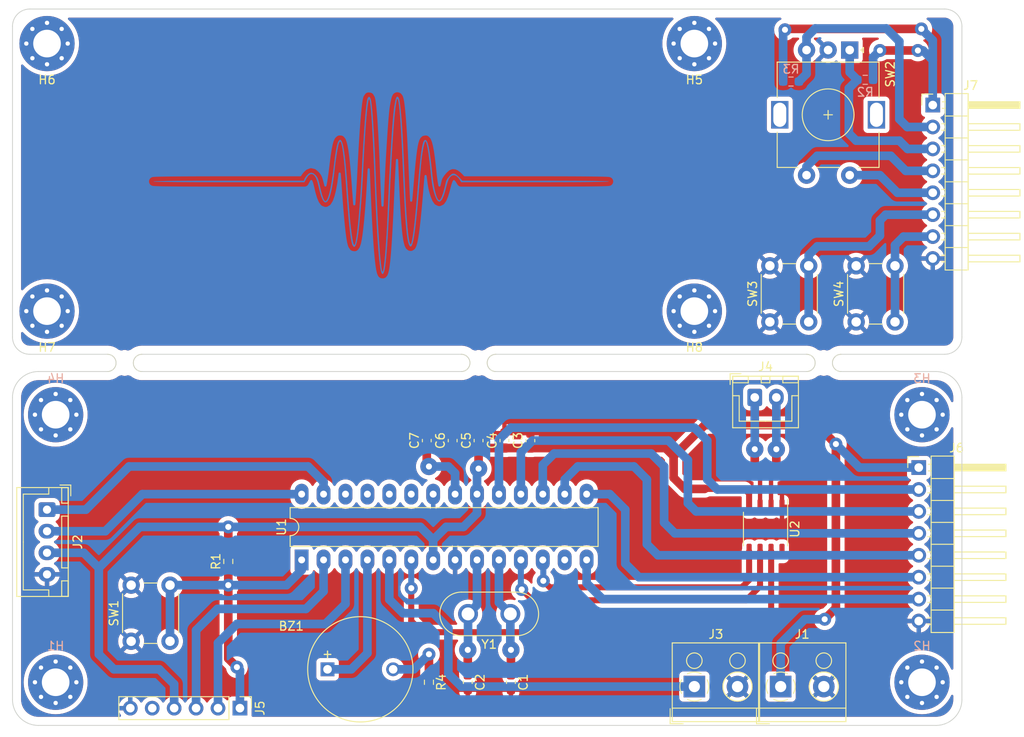
<source format=kicad_pcb>
(kicad_pcb (version 20211014) (generator pcbnew)
  (layers (0 "F.Cu" signal) (31 "B.Cu" signal) (34 "B.Paste" user) (35 "F.Paste" user) (36 "B.SilkS" user "B.Silkscreen") (37 "F.SilkS" user "F.Silkscreen") (38 "B.Mask" user) (39 "F.Mask" user) (44 "Edge.Cuts" user))
  (net 0 "")
  (net 1 "/PB7")
  (net 2 "GND")
  (net 3 "/PB6")
  (net 4 "+5V")
  (net 5 "/AREF")
  (net 6 "/PC4")
  (net 7 "/PC5")
  (net 8 "/PD3")
  (net 9 "/T+")
  (net 10 "/T-")
  (net 11 "/PC6")
  (net 12 "/PD1")
  (net 13 "/PD0")
  (net 15 "/PB1")
  (net 16 "/PB0")
  (net 17 "/PB2")
  (net 18 "/PB3")
  (net 19 "/PB4")
  (net 20 "/PB5")
  (net 21 "/PD2")
  (net 22 "/PD4")
  (net 23 "/PD5")
  (net 24 "/PD6")
  (net 30 "/PB0_")
  (net 31 "/PB1_")
  (net 32 "/PB2_")
  (net 33 "/PB3_")
  (net 34 "/PB4_")
  (net 35 "/PB5_")
  (net 36 "Net-(BZ1-Pad2)")
  (footprint "Panel:mouse-bite-2mm-slot" (layer "F.Cu") (at 96.82 79.92)
    (fp_text reference "mouse-bite-2mm-slot" hide)
    (fp_text value "VAL**" hide)
  )
  (footprint "Capacitor_SMD:C_0603_1608Metric_Pad1.08x0.95mm_HandSolder" (layer "F.Cu") (at 143.82 88.92 90)
    (fp_text reference "C3")
    (fp_text value "100n")
  )
  (footprint "MountingHole:MountingHole_3.2mm_M3_Pad_Via" (layer "F.Cu") (at 162.82 42.92 180)
    (fp_text reference "H5")
    (fp_text value "~")
  )
  (footprint "Button_Switch_THT:SW_PUSH_6mm" (layer "F.Cu") (at 171.57 75.17 90)
    (fp_text reference "SW3")
    (fp_text value "~")
  )
  (footprint "Resistor_SMD:R_0603_1608Metric_Pad0.98x0.95mm_HandSolder" (layer "F.Cu") (at 108.82 102.92 90)
    (fp_text reference "R1")
    (fp_text value "10k")
  )
  (footprint "MountingHole:MountingHole_3.2mm_M3_Pad_Via" (layer "F.Cu") (at 87.82 73.92 180)
    (fp_text reference "H7")
    (fp_text value "~")
  )
  (footprint "Package_SO:SO-8_3.9x4.9mm_P1.27mm" (layer "F.Cu") (at 171.07 99.17 -90)
    (fp_text reference "U2")
    (fp_text value "MAX6675")
  )
  (footprint "Capacitor_SMD:C_0603_1608Metric_Pad1.08x0.95mm_HandSolder" (layer "F.Cu") (at 134.82 88.92 90)
    (fp_text reference "C6")
    (fp_text value "100n")
  )
  (footprint "Connector_PinHeader_2.54mm:PinHeader_1x06_P2.54mm_Vertical" (layer "F.Cu") (at 110.17 119.92 -90)
    (fp_text reference "J5")
    (fp_text value "PROGRAMMER")
  )
  (footprint "Panel:mouse-bite-2mm-slot" (layer "F.Cu") (at 137.82 79.92)
    (fp_text reference "mouse-bite-2mm-slot" hide)
    (fp_text value "VAL**" hide)
  )
  (footprint "Resistor_SMD:R_0603_1608Metric_Pad0.98x0.95mm_HandSolder" (layer "F.Cu") (at 132.07 116.92 -90)
    (fp_text reference "R4")
    (fp_text value "1k")
  )
  (footprint "Panel:mouse-bite-2mm-slot" (layer "F.Cu") (at 177.82 79.92)
    (fp_text reference "mouse-bite-2mm-slot" hide)
    (fp_text value "VAL**" hide)
  )
  (footprint "Package_DIP:DIP-28_W7.62mm_LongPads" (layer "F.Cu") (at 117.32 102.745 90)
    (fp_text reference "U1")
    (fp_text value "ATmega328-P")
  )
  (footprint "Capacitor_SMD:C_0603_1608Metric_Pad1.08x0.95mm_HandSolder" (layer "F.Cu") (at 141.57 116.92 -90)
    (fp_text reference "C1")
    (fp_text value "22p")
  )
  (footprint "Capacitor_SMD:C_0603_1608Metric_Pad1.08x0.95mm_HandSolder" (layer "F.Cu") (at 137.82 88.92 90)
    (fp_text reference "C5")
    (fp_text value "100n")
  )
  (footprint "Rotary_Encoder:RotaryEncoder_Alps_EC11E-Switch_Vertical_H20mm" (layer "F.Cu") (at 180.82 43.67 -90)
    (fp_text reference "SW2")
    (fp_text value "RotaryEncoder_Switch")
  )
  (footprint "Button_Switch_THT:SW_PUSH_6mm" (layer "F.Cu") (at 97.57 112.17 90)
    (fp_text reference "SW1")
    (fp_text value "RS")
  )
  (footprint "TerminalBlock_RND:TerminalBlock_RND_205-00001_1x02_P5.00mm_Horizontal" (layer "F.Cu") (at 162.82 117.42)
    (fp_text reference "J3")
    (fp_text value "RELAY")
  )
  (footprint "TerminalBlock_RND:TerminalBlock_RND_205-00001_1x02_P5.00mm_Horizontal" (layer "F.Cu") (at 172.82 117.42)
    (fp_text reference "J1")
    (fp_text value "POWER")
  )
  (footprint "Capacitor_SMD:C_0603_1608Metric_Pad1.08x0.95mm_HandSolder" (layer "F.Cu") (at 136.57 116.92 -90)
    (fp_text reference "C2")
    (fp_text value "22p")
  )
  (footprint "Buzzer_Beeper:MagneticBuzzer_ProSignal_ABI-010-RC" (layer "F.Cu") (at 120.32 115.42)
    (fp_text reference "BZ1")
    (fp_text value "Buzzer")
  )
  (footprint "Button_Switch_THT:SW_PUSH_6mm" (layer "F.Cu") (at 181.57 75.17 90)
    (fp_text reference "SW4")
    (fp_text value "~")
  )
  (footprint "MountingHole:MountingHole_3.2mm_M3_Pad_Via" (layer "F.Cu") (at 162.82 73.92 180)
    (fp_text reference "H8")
    (fp_text value "~")
  )
  (footprint "Connector_JST:JST_XH_B2B-XH-A_1x02_P2.50mm_Vertical" (layer "F.Cu") (at 169.82 83.92)
    (fp_text reference "J4")
    (fp_text value "TEMP_SENS")
  )
  (footprint "Capacitor_SMD:C_0603_1608Metric_Pad1.08x0.95mm_HandSolder" (layer "F.Cu") (at 131.82 88.92 90)
    (fp_text reference "C7")
    (fp_text value "100n")
  )
  (footprint "Connector_PinHeader_2.54mm:PinHeader_1x08_P2.54mm_Horizontal" (layer "F.Cu") (at 188.82 92.045)
    (fp_text reference "J6")
    (fp_text value "KeyPad")
  )
  (footprint "Crystal:Crystal_HC50_Vertical" (layer "F.Cu") (at 141.5 109 180)
    (fp_text reference "Y1")
    (fp_text value "16M")
  )
  (footprint "Connector_JST:JST_XH_B4B-XH-A_1x04_P2.50mm_Vertical" (layer "F.Cu") (at 87.82 96.92 -90)
    (fp_text reference "J2")
    (fp_text value "DISPLAY")
  )
  (footprint "MountingHole:MountingHole_3.2mm_M3_Pad_Via" (layer "F.Cu") (at 87.82 42.92 180)
    (fp_text reference "H6")
    (fp_text value "~")
  )
  (footprint "Connector_PinHeader_2.54mm:PinHeader_1x08_P2.54mm_Horizontal" (layer "F.Cu") (at 190.445 50.045)
    (fp_text reference "J7")
    (fp_text value "Control")
  )
  (footprint "Capacitor_SMD:C_0603_1608Metric_Pad1.08x0.95mm_HandSolder" (layer "F.Cu") (at 140.82 88.92 90)
    (fp_text reference "C4")
    (fp_text value "100n")
  )
  (footprint "MountingHole:MountingHole_3.2mm_M3_Pad_Via" (layer "B.Cu") (at 88.82 85.92 180)
    (fp_text reference "H4")
    (fp_text value "~")
  )
  (footprint "MountingHole:MountingHole_3.2mm_M3_Pad_Via" (layer "B.Cu") (at 189.195 116.92 180)
    (fp_text reference "H2")
    (fp_text value "~")
  )
  (footprint "MountingHole:MountingHole_3.2mm_M3_Pad_Via" (layer "B.Cu") (at 189.195 85.92 180)
    (fp_text reference "H3")
    (fp_text value "~")
  )
  (footprint "Resistor_SMD:R_0603_1608Metric_Pad0.98x0.95mm_HandSolder" (layer "B.Cu") (at 174.02 47.32 180)
    (fp_text reference "R3")
    (fp_text value "10k")
  )
  (footprint "Logos:Amplitud_Modulada_M" (layer "B.Cu") (at 126.57 59.32)
    (fp_text reference "G***" hide)
    (fp_text value "LOGO" hide)
  )
  (footprint "Logos:Amplitud_Modulada_M" (layer "B.Cu") (at 126.57 59.32)
    (fp_text reference "G***" hide)
    (fp_text value "LOGO" hide)
  )
  (footprint "MountingHole:MountingHole_3.2mm_M3_Pad_Via" (layer "B.Cu") (at 88.82 116.92 180)
    (fp_text reference "H1")
    (fp_text value "~")
  )
  (footprint "Resistor_SMD:R_0603_1608Metric_Pad0.98x0.95mm_HandSolder" (layer "B.Cu") (at 182.62 47.12)
    (fp_text reference "R2")
    (fp_text value "10k")
  )
  (gr_arc (start 83.82 83.92) (mid 84.69868 81.79868) (end 86.82 80.92) (layer "Edge.Cuts") (width 0.1))
  (gr_arc (start 94.82 78.92) (mid 95.82 79.92) (end 94.82 80.92) (layer "Edge.Cuts") (width 0.1))
  (gr_line (start 98.82 80.92) (end 135.82 80.92) (layer "Edge.Cuts") (width 0.1))
  (gr_arc (start 179.82 80.92) (mid 178.82 79.92) (end 179.82 78.92) (layer "Edge.Cuts") (width 0.1))
  (gr_arc (start 83.82 40.92) (mid 84.405786 39.505786) (end 85.82 38.92) (layer "Edge.Cuts") (width 0.1))
  (gr_line (start 98.82 78.92) (end 135.82 78.92) (layer "Edge.Cuts") (width 0.1))
  (gr_arc (start 193.82 118.92) (mid 192.94132 121.04132) (end 190.82 121.92) (layer "Edge.Cuts") (width 0.1))
  (gr_line (start 83.82 83.92) (end 83.82 118.92) (layer "Edge.Cuts") (width 0.1))
  (gr_arc (start 193.82 76.92) (mid 193.234214 78.334214) (end 191.82 78.92) (layer "Edge.Cuts") (width 0.1))
  (gr_arc (start 190.82 80.92) (mid 192.94132 81.79868) (end 193.82 83.92) (layer "Edge.Cuts") (width 0.1))
  (gr_line (start 86.82 121.92) (end 190.82 121.92) (layer "Edge.Cuts") (width 0.1))
  (gr_arc (start 139.82 80.92) (mid 138.82 79.92) (end 139.82 78.92) (layer "Edge.Cuts") (width 0.1))
  (gr_arc (start 86.82 121.92) (mid 84.69868 121.04132) (end 83.82 118.92) (layer "Edge.Cuts") (width 0.1))
  (gr_line (start 179.82 80.92) (end 190.82 80.92) (layer "Edge.Cuts") (width 0.1))
  (gr_line (start 193.82 40.92) (end 193.82 76.92) (layer "Edge.Cuts") (width 0.1))
  (gr_arc (start 135.82 78.92) (mid 136.82 79.92) (end 135.82 80.92) (layer "Edge.Cuts") (width 0.1))
  (gr_line (start 139.82 78.92) (end 175.82 78.92) (layer "Edge.Cuts") (width 0.1))
  (gr_line (start 193.82 118.92) (end 193.82 83.92) (layer "Edge.Cuts") (width 0.1))
  (gr_line (start 175.82 80.92) (end 139.82 80.92) (layer "Edge.Cuts") (width 0.1))
  (gr_line (start 86.82 80.92) (end 94.82 80.92) (layer "Edge.Cuts") (width 0.1))
  (gr_line (start 191.82 78.92) (end 179.82 78.92) (layer "Edge.Cuts") (width 0.1))
  (gr_arc (start 191.82 38.92) (mid 193.234214 39.505786) (end 193.82 40.92) (layer "Edge.Cuts") (width 0.1))
  (gr_arc (start 175.82 78.92) (mid 176.82 79.92) (end 175.82 80.92) (layer "Edge.Cuts") (width 0.1))
  (gr_line (start 85.82 38.92) (end 191.82 38.92) (layer "Edge.Cuts") (width 0.1))
  (gr_arc (start 85.82 78.92) (mid 84.405786 78.334214) (end 83.82 76.92) (layer "Edge.Cuts") (width 0.1))
  (gr_arc (start 98.82 80.92) (mid 97.82 79.92) (end 98.82 78.92) (layer "Edge.Cuts") (width 0.1))
  (gr_line (start 83.82 76.92) (end 83.82 40.92) (layer "Edge.Cuts") (width 0.1))
  (gr_line (start 85.82 78.92) (end 94.82 78.92) (layer "Edge.Cuts") (width 0.1))
  (segment (start 141.57 113.17) (end 141.57 116.0575) (width 1) (layer "F.Cu") (net 1))
  (via (at 141.57 113.17) (size 2) (drill 0.7) (layers "F.Cu" "B.Cu") (net 1))
  (segment (start 140.18 102.745) (end 140.18 107.68) (width 1) (layer "B.Cu") (net 1))
  (segment (start 141.5 109) (end 141.5 113.1) (width 1) (layer "B.Cu") (net 1))
  (segment (start 141.5 113.1) (end 141.57 113.17) (width 1) (layer "B.Cu") (net 1))
  (segment (start 140.18 107.68) (end 141.5 109) (width 1) (layer "B.Cu") (net 1))
  (segment (start 136.57 113.17) (end 136.57 116.0575) (width 1) (layer "F.Cu") (net 3))
  (via (at 136.57 113.17) (size 2) (drill 0.7) (layers "F.Cu" "B.Cu") (net 3))
  (segment (start 136.6 109) (end 136.6 113.14) (width 1) (layer "B.Cu") (net 3))
  (segment (start 137.64 102.745) (end 137.64 107.96) (width 1) (layer "B.Cu") (net 3))
  (segment (start 136.6 113.14) (end 136.57 113.17) (width 1) (layer "B.Cu") (net 3))
  (segment (start 137.64 107.96) (end 136.6 109) (width 1) (layer "B.Cu") (net 3))
  (segment (start 164.02 94.52) (end 161.72 94.52) (width 1) (layer "F.Cu") (net 4))
  (segment (start 160.42 93.22) (end 160.42 90.72) (width 1) (layer "F.Cu") (net 4))
  (segment (start 177.92 109.62) (end 179.22 108.32) (width 1) (layer "F.Cu") (net 4))
  (segment (start 168.62 94.52) (end 164.02 94.52) (width 0.7) (layer "F.Cu") (net 4))
  (segment (start 160.42 90.72) (end 159.4825 89.7825) (width 1) (layer "F.Cu") (net 4))
  (segment (start 164.02 87.12) (end 160.42 90.72) (width 1) (layer "F.Cu") (net 4))
  (segment (start 179.22 89.32) (end 177.02 87.12) (width 1) (layer "F.Cu") (net 4))
  (segment (start 169.165 95.065) (end 168.62 94.52) (width 0.7) (layer "F.Cu") (net 4))
  (segment (start 169.165 96.595) (end 169.165 95.065) (width 0.7) (layer "F.Cu") (net 4))
  (segment (start 189.12 41.22) (end 173.42 41.22) (width 1) (layer "F.Cu") (net 4))
  (segment (start 173.42 41.22) (end 173.32 41.32) (width 1) (layer "F.Cu") (net 4))
  (segment (start 188.72 43.72) (end 184.32 43.72) (width 1) (layer "F.Cu") (net 4))
  (segment (start 143.82 89.7825) (end 140.82 89.7825) (width 1) (layer "F.Cu") (net 4))
  (segment (start 177.02 87.12) (end 164.02 87.12) (width 1) (layer "F.Cu") (net 4))
  (segment (start 134.82 89.7825) (end 137.82 89.7825) (width 1) (layer "F.Cu") (net 4))
  (segment (start 161.72 94.52) (end 160.42 93.22) (width 1) (layer "F.Cu") (net 4))
  (segment (start 108.82 102.0075) (end 108.82 98.92) (width 1) (layer "F.Cu") (net 4))
  (segment (start 140.82 89.7825) (end 137.82 89.7825) (width 1) (layer "F.Cu") (net 4))
  (segment (start 159.4825 89.7825) (end 143.82 89.7825) (width 1) (layer "F.Cu") (net 4))
  (segment (start 137.82 92.17) (end 137.82 89.7825) (width 1) (layer "F.Cu") (net 4))
  (segment (start 179.22 108.32) (end 179.22 89.32) (width 1) (layer "F.Cu") (net 4))
  (via (at 177.92 109.62) (size 1.5) (drill 0.7) (layers "F.Cu" "B.Cu") (net 4))
  (via (at 137.82 92.17) (size 2) (drill 0.7) (layers "F.Cu" "B.Cu") (net 4))
  (via (at 184.32 43.72) (size 1.5) (drill 0.7) (layers "F.Cu" "B.Cu") (net 4))
  (via (at 189.12 41.22) (size 1.5) (drill 0.7) (layers "F.Cu" "B.Cu") (net 4))
  (via (at 188.72 43.72) (size 1.5) (drill 0.7) (layers "F.Cu" "B.Cu") (net 4))
  (via (at 179.22 89.32) (size 1.5) (drill 0.7) (layers "F.Cu" "B.Cu") (net 4))
  (via (at 108.82 98.92) (size 1.5) (drill 0.7) (layers "F.Cu" "B.Cu") (net 4))
  (via (at 173.32 41.32) (size 1.5) (drill 0.7) (layers "F.Cu" "B.Cu") (net 4))
  (segment (start 190.445 44.845) (end 189.32 43.72) (width 1) (layer "B.Cu") (net 4))
  (segment (start 134.07 98.92) (end 136.07 98.92) (width 1) (layer "B.Cu") (net 4))
  (segment (start 172.82 112.42) (end 175.62 109.62) (width 1) (layer "B.Cu") (net 4))
  (segment (start 132.56 100.43) (end 132.56 100.41) (width 1) (layer "B.Cu") (net 4))
  (segment (start 172.82 117.42) (end 172.82 112.42) (width 1) (layer "B.Cu") (net 4))
  (segment (start 108.82 98.92) (end 98.57 98.92) (width 1) (layer "B.Cu") (net 4))
  (segment (start 93.82 103.67) (end 92.07 101.92) (width 1) (layer "B.Cu") (net 4))
  (segment (start 100.82 115.42) (end 95.57 115.42) (width 1) (layer "B.Cu") (net 4))
  (segment (start 175.62 109.62) (end 177.92 109.62) (width 1) (layer "B.Cu") (net 4))
  (segment (start 131.07 98.92) (end 108.82 98.92) (width 1) (layer "B.Cu") (net 4))
  (segment (start 136.07 98.92) (end 137.64 97.35) (width 1) (layer "B.Cu") (net 4))
  (segment (start 137.64 95.125) (end 137.64 92.35) (width 1) (layer "B.Cu") (net 4))
  (segment (start 188.82 92.045) (end 181.945 92.045) (width 1) (layer "B.Cu") (net 4))
  (segment (start 173.1075 41.5325) (end 173.32 41.32) (width 1) (layer "B.Cu") (net 4))
  (segment (start 132.56 100.43) (end 134.07 98.92) (width 1) (layer "B.Cu") (net 4))
  (segment (start 181.945 92.045) (end 179.22 89.32) (width 1) (layer "B.Cu") (net 4))
  (segment (start 189.32 43.72) (end 188.72 43.72) (width 1) (layer "B.Cu") (net 4))
  (segment (start 102.55 119.92) (end 102.55 117.15) (width 1) (layer "B.Cu") (net 4))
  (segment (start 93.82 113.67) (end 93.82 103.67) (width 1) (layer "B.Cu") (net 4))
  (segment (start 190.445 42.545) (end 189.12 41.22) (width 1) (layer "B.Cu") (net 4))
  (segment (start 98.57 98.92) (end 93.82 103.67) (width 1) (layer "B.Cu") (net 4))
  (segment (start 137.64 92.35) (end 137.82 92.17) (width 1) (layer "B.Cu") (net 4))
  (segment (start 95.57 115.42) (end 93.82 113.67) (width 1) (layer "B.Cu") (net 4))
  (segment (start 132.56 102.745) (end 132.56 100.43) (width 1) (layer "B.Cu") (net 4))
  (segment (start 190.445 50.045) (end 190.445 44.845) (width 1) (layer "B.Cu") (net 4))
  (segment (start 183.5325 44.5075) (end 184.32 43.72) (width 1) (layer "B.Cu") (net 4))
  (segment (start 92.07 101.92) (end 87.82 101.92) (width 1) (layer "B.Cu") (net 4))
  (segment (start 173.1075 47.32) (end 173.1075 41.5325) (width 1) (layer "B.Cu") (net 4))
  (segment (start 137.64 97.35) (end 137.64 95.125) (width 1) (layer "B.Cu") (net 4))
  (segment (start 183.5325 47.12) (end 183.5325 44.5075) (width 1) (layer "B.Cu") (net 4))
  (segment (start 132.56 100.41) (end 131.07 98.92) (width 1) (layer "B.Cu") (net 4))
  (segment (start 102.55 117.15) (end 100.82 115.42) (width 1) (layer "B.Cu") (net 4))
  (segment (start 190.445 44.845) (end 190.445 42.545) (width 1) (layer "B.Cu") (net 4))
  (segment (start 131.82 91.67) (end 132.07 91.92) (width 1) (layer "F.Cu") (net 5))
  (segment (start 131.82 89.7825) (end 131.82 91.67) (width 1) (layer "F.Cu") (net 5))
  (via (at 132.07 91.92) (size 2) (drill 0.7) (layers "F.Cu" "B.Cu") (net 5))
  (segment (start 134.57 92.17) (end 134.32 91.92) (width 1) (layer "B.Cu") (net 5))
  (segment (start 135.1 95.125) (end 135.1 92.7) (width 1) (layer "B.Cu") (net 5))
  (segment (start 134.32 91.92) (end 132.07 91.92) (width 1) (layer "B.Cu") (net 5))
  (segment (start 135.1 92.7) (end 134.57 92.17) (width 1) (layer "B.Cu") (net 5))
  (segment (start 119.86 93.71) (end 119.86 95.125) (width 1) (layer "B.Cu") (net 6))
  (segment (start 118.07 91.92) (end 119.86 93.71) (width 1) (layer "B.Cu") (net 6))
  (segment (start 87.82 96.92) (end 92.32 96.92) (width 1) (layer "B.Cu") (net 6))
  (segment (start 92.32 96.92) (end 97.32 91.92) (width 1) (layer "B.Cu") (net 6))
  (segment (start 97.32 91.92) (end 118.07 91.92) (width 1) (layer "B.Cu") (net 6))
  (segment (start 98.865 95.125) (end 94.57 99.42) (width 1) (layer "B.Cu") (net 7))
  (segment (start 94.57 99.42) (end 87.82 99.42) (width 1) (layer "B.Cu") (net 7))
  (segment (start 117.32 95.125) (end 98.865 95.125) (width 1) (layer "B.Cu") (net 7))
  (segment (start 129.07 108.92) (end 127.48 107.33) (width 1) (layer "B.Cu") (net 8))
  (segment (start 134.32 110.67) (end 132.57 108.92) (width 1) (layer "B.Cu") (net 8))
  (segment (start 135.82 117.42) (end 134.32 115.92) (width 1) (layer "B.Cu") (net 8))
  (segment (start 132.57 108.92) (end 129.07 108.92) (width 1) (layer "B.Cu") (net 8))
  (segment (start 127.48 107.33) (end 127.48 102.745) (width 1) (layer "B.Cu") (net 8))
  (segment (start 134.32 115.92) (end 134.32 110.67) (width 1) (layer "B.Cu") (net 8))
  (segment (start 162.82 117.42) (end 135.82 117.42) (width 1) (layer "B.Cu") (net 8))
  (segment (start 170.435 93.285) (end 169.82 92.67) (width 0.5) (layer "F.Cu") (net 9))
  (segment (start 169.82 92.67) (end 169.82 89.92) (width 1) (layer "F.Cu") (net 9))
  (segment (start 170.435 96.595) (end 170.435 93.285) (width 0.5) (layer "F.Cu") (net 9))
  (via (at 169.82 89.92) (size 2) (drill 0.7) (layers "F.Cu" "B.Cu") (net 9))
  (segment (start 169.82 83.92) (end 169.82 89.92) (width 1) (layer "B.Cu") (net 9))
  (segment (start 171.705 93.285) (end 172.32 92.67) (width 0.5) (layer "F.Cu") (net 10))
  (segment (start 172.32 89.92) (end 172.32 92.67) (width 1) (layer "F.Cu") (net 10))
  (segment (start 171.705 96.595) (end 171.705 93.285) (width 0.5) (layer "F.Cu") (net 10))
  (via (at 172.32 89.92) (size 2) (drill 0.7) (layers "F.Cu" "B.Cu") (net 10))
  (segment (start 172.32 83.92) (end 172.32 89.92) (width 1) (layer "B.Cu") (net 10))
  (segment (start 108.82 105.67) (end 108.82 114.17) (width 1) (layer "F.Cu") (net 11))
  (segment (start 108.82 114.17) (end 109.82 115.17) (width 1) (layer "F.Cu") (net 11))
  (segment (start 108.82 103.8325) (end 108.82 105.67) (width 1) (layer "F.Cu") (net 11))
  (via (at 108.82 105.67) (size 1.5) (drill 0.7) (layers "F.Cu" "B.Cu") (net 11))
  (via (at 109.82 115.17) (size 1.5) (drill 0.7) (layers "F.Cu" "B.Cu") (net 11))
  (segment (start 117.32 103.92) (end 115.57 105.67) (width 1) (layer "B.Cu") (net 11))
  (segment (start 108.82 105.67) (end 102.07 105.67) (width 1) (layer "B.Cu") (net 11))
  (segment (start 115.57 105.67) (end 108.82 105.67) (width 1) (layer "B.Cu") (net 11))
  (segment (start 110.17 115.52) (end 109.82 115.17) (width 1) (layer "B.Cu") (net 11))
  (segment (start 117.32 102.745) (end 117.32 103.92) (width 1) (layer "B.Cu") (net 11))
  (segment (start 102.07 112.17) (end 102.07 105.67) (width 1) (layer "B.Cu") (net 11))
  (segment (start 110.17 119.92) (end 110.17 115.52) (width 1) (layer "B.Cu") (net 11))
  (segment (start 107.63 112.36) (end 109.82 110.17) (width 1) (layer "B.Cu") (net 12))
  (segment (start 107.63 119.92) (end 107.63 112.36) (width 1) (layer "B.Cu") (net 12))
  (segment (start 120.07 110.17) (end 122.4 107.84) (width 1) (layer "B.Cu") (net 12))
  (segment (start 109.82 110.17) (end 120.07 110.17) (width 1) (layer "B.Cu") (net 12))
  (segment (start 122.4 107.84) (end 122.4 102.745) (width 1) (layer "B.Cu") (net 12))
  (segment (start 105.09 119.92) (end 105.09 110.9) (width 1) (layer "B.Cu") (net 13))
  (segment (start 105.09 110.9) (end 107.57 108.42) (width 1) (layer "B.Cu") (net 13))
  (segment (start 107.57 108.42) (end 117.82 108.42) (width 1) (layer "B.Cu") (net 13))
  (segment (start 119.86 106.38) (end 119.86 102.745) (width 1) (layer "B.Cu") (net 13))
  (segment (start 117.82 108.42) (end 119.86 106.38) (width 1) (layer "B.Cu") (net 13))
  (segment (start 188.82 104.745) (end 156.395 104.745) (width 1) (layer "B.Cu") (net 15))
  (segment (start 154.82 96.92) (end 153.025 95.125) (width 1) (layer "B.Cu") (net 15))
  (segment (start 156.395 104.745) (end 154.82 103.17) (width 1) (layer "B.Cu") (net 15))
  (segment (start 154.82 103.17) (end 154.82 96.92) (width 1) (layer "B.Cu") (net 15))
  (segment (start 153.025 95.125) (end 150.34 95.125) (width 1) (layer "B.Cu") (net 15))
  (segment (start 188.82 107.285) (end 152.185 107.285) (width 1) (layer "B.Cu") (net 16))
  (segment (start 152.185 107.285) (end 150.34 105.44) (width 1) (layer "B.Cu") (net 16))
  (segment (start 150.34 105.44) (end 150.34 102.745) (width 1) (layer "B.Cu") (net 16))
  (segment (start 149.32 91.92) (end 147.8 93.44) (width 1) (layer "B.Cu") (net 17))
  (segment (start 188.82 102.205) (end 158.605 102.205) (width 1) (layer "B.Cu") (net 17))
  (segment (start 147.8 93.44) (end 147.8 95.125) (width 1) (layer "B.Cu") (net 17))
  (segment (start 155.82 91.92) (end 149.32 91.92) (width 1) (layer "B.Cu") (net 17))
  (segment (start 158.605 102.205) (end 157.32 100.92) (width 1) (layer "B.Cu") (net 17))
  (segment (start 157.32 100.92) (end 157.32 93.42) (width 1) (layer "B.Cu") (net 17))
  (segment (start 157.32 93.42) (end 155.82 91.92) (width 1) (layer "B.Cu") (net 17))
  (segment (start 146.56952 90.42048) (end 157.82048 90.42048) (width 1) (layer "B.Cu") (net 18))
  (segment (start 157.82048 90.42048) (end 159.32 91.92) (width 1) (layer "B.Cu") (net 18))
  (segment (start 159.32 98.42) (end 160.565 99.665) (width 1) (layer "B.Cu") (net 18))
  (segment (start 160.565 99.665) (end 188.82 99.665) (width 1) (layer "B.Cu") (net 18))
  (segment (start 145.26 91.73) (end 146.56952 90.42048) (width 1) (layer "B.Cu") (net 18))
  (segment (start 159.32 91.92) (end 159.32 98.42) (width 1) (layer "B.Cu") (net 18))
  (segment (start 145.26 95.125) (end 145.26 91.73) (width 1) (layer "B.Cu") (net 18))
  (segment (start 163.025 97.125) (end 188.82 97.125) (width 1) (layer "B.Cu") (net 19))
  (segment (start 162.07 96.17) (end 163.025 97.125) (width 1) (layer "B.Cu") (net 19))
  (segment (start 159.82 88.92) (end 162.07 91.17) (width 1) (layer "B.Cu") (net 19))
  (segment (start 162.07 91.17) (end 162.07 96.17) (width 1) (layer "B.Cu") (net 19))
  (segment (start 144.07 88.92) (end 159.82 88.92) (width 1) (layer "B.Cu") (net 19))
  (segment (start 142.72 90.27) (end 144.07 88.92) (width 1) (layer "B.Cu") (net 19))
  (segment (start 142.72 95.125) (end 142.72 90.27) (width 1) (layer "B.Cu") (net 19))
  (segment (start 162.82 87.42) (end 164.32 88.92) (width 1) (layer "B.Cu") (net 20))
  (segment (start 141.57 87.42) (end 162.82 87.42) (width 1) (layer "B.Cu") (net 20))
  (segment (start 164.32 93.42) (end 165.485 94.585) (width 1) (layer "B.Cu") (net 20))
  (segment (start 140.18 88.81) (end 141.57 87.42) (width 1) (layer "B.Cu") (net 20))
  (segment (start 164.32 88.92) (end 164.32 93.42) (width 1) (layer "B.Cu") (net 20))
  (segment (start 140.18 95.125) (end 140.18 88.81) (width 1) (layer "B.Cu") (net 20))
  (segment (start 165.485 94.585) (end 188.82 94.585) (width 1) (layer "B.Cu") (net 20))
  (segment (start 123.07 115.42) (end 120.32 115.42) (width 1) (layer "B.Cu") (net 21))
  (segment (start 124.94 113.55) (end 123.07 115.42) (width 1) (layer "B.Cu") (net 21))
  (segment (start 124.94 102.745) (end 124.94 113.55) (width 1) (layer "B.Cu") (net 21))
  (segment (start 140.82 111.12) (end 131.32 111.12) (width 0.7) (layer "F.Cu") (net 22))
  (segment (start 171.72 101.76) (end 171.72 109.32) (width 0.7) (layer "F.Cu") (net 22))
  (segment (start 171.72 109.32) (end 169.92 111.12) (width 0.7) (layer "F.Cu") (net 22))
  (segment (start 131.32 111.12) (end 130.02 109.82) (width 0.7) (layer "F.Cu") (net 22))
  (segment (start 169.92 111.12) (end 140.82 111.12) (width 0.7) (layer "F.Cu") (net 22))
  (segment (start 171.705 101.745) (end 171.72 101.76) (width 0.7) (layer "F.Cu") (net 22))
  (segment (start 130.02 109.82) (end 130.02 106.02) (width 0.7) (layer "F.Cu") (net 22))
  (via (at 130.02 106.02) (size 1.5) (drill 0.7) (layers "F.Cu" "B.Cu") (net 22))
  (segment (start 130.02 106.02) (end 130.02 102.745) (width 0.7) (layer "B.Cu") (net 22))
  (segment (start 168.82 107.42) (end 144.07 107.42) (width 0.7) (layer "F.Cu") (net 23))
  (segment (start 170.435 105.805) (end 168.82 107.42) (width 0.7) (layer "F.Cu") (net 23))
  (segment (start 144.07 107.42) (end 142.82 106.17) (width 0.7) (layer "F.Cu") (net 23))
  (segment (start 170.435 101.745) (end 170.435 105.805) (width 0.7) (layer "F.Cu") (net 23))
  (via (at 142.82 106.17) (size 1.5) (drill 0.7) (layers "F.Cu" "B.Cu") (net 23))
  (segment (start 142.72 106.07) (end 142.82 106.17) (width 0.7) (layer "B.Cu") (net 23))
  (segment (start 142.72 102.745) (end 142.72 106.07) (width 0.7) (layer "B.Cu") (net 23))
  (segment (start 168.32 105.92) (end 146.07 105.92) (width 0.7) (layer "F.Cu") (net 24))
  (segment (start 169.165 105.075) (end 168.32 105.92) (width 0.7) (layer "F.Cu") (net 24))
  (segment (start 169.165 101.745) (end 169.165 105.075) (width 0.7) (layer "F.Cu") (net 24))
  (segment (start 146.07 105.92) (end 145.32 105.17) (width 0.7) (layer "F.Cu") (net 24))
  (via (at 145.32 105.17) (size 1.5) (drill 0.7) (layers "F.Cu" "B.Cu") (net 24))
  (segment (start 145.32 105.17) (end 145.32 102.805) (width 0.7) (layer "B.Cu") (net 24))
  (segment (start 145.32 102.805) (end 145.26 102.745) (width 0.7) (layer "B.Cu") (net 24))
  (segment (start 176.82 41.17) (end 175.82 42.17) (width 1) (layer "B.Cu") (net 30))
  (segment (start 190.445 52.585) (end 187.485 52.585) (width 1) (layer "B.Cu") (net 30))
  (segment (start 175.82 42.17) (end 175.82 43.67) (width 1) (layer "B.Cu") (net 30))
  (segment (start 186.57 42.67) (end 185.07 41.17) (width 1) (layer "B.Cu") (net 30))
  (segment (start 187.485 52.585) (end 186.57 51.67) (width 1) (layer "B.Cu") (net 30))
  (segment (start 175.82 43.67) (end 175.82 46.4325) (width 1) (layer "B.Cu") (net 30))
  (segment (start 175.82 46.4325) (end 174.9325 47.32) (width 1) (layer "B.Cu") (net 30))
  (segment (start 186.57 51.67) (end 186.57 42.67) (width 1) (layer "B.Cu") (net 30))
  (segment (start 185.07 41.17) (end 176.82 41.17) (width 1) (layer "B.Cu") (net 30))
  (segment (start 186.57 54.17) (end 187.525 55.125) (width 1) (layer "B.Cu") (net 31))
  (segment (start 181.7075 47.12) (end 180.72 48.1075) (width 1) (layer "B.Cu") (net 31))
  (segment (start 180.72 53.32) (end 181.57 54.17) (width 1) (layer "B.Cu") (net 31))
  (segment (start 180.82 46.2325) (end 181.7075 47.12) (width 1) (layer "B.Cu") (net 31))
  (segment (start 180.72 48.1075) (end 180.72 53.32) (width 1) (layer "B.Cu") (net 31))
  (segment (start 180.82 43.67) (end 180.82 46.2325) (width 1) (layer "B.Cu") (net 31))
  (segment (start 187.525 55.125) (end 190.445 55.125) (width 1) (layer "B.Cu") (net 31))
  (segment (start 181.57 54.17) (end 186.57 54.17) (width 1) (layer "B.Cu") (net 31))
  (segment (start 187.315 57.665) (end 185.57 55.92) (width 1) (layer "B.Cu") (net 32))
  (segment (start 177.07 55.92) (end 175.82 57.17) (width 1) (layer "B.Cu") (net 32))
  (segment (start 175.82 57.17) (end 175.82 58.17) (width 1) (layer "B.Cu") (net 32))
  (segment (start 190.445 57.665) (end 187.315 57.665) (width 1) (layer "B.Cu") (net 32))
  (segment (start 185.57 55.92) (end 177.07 55.92) (width 1) (layer "B.Cu") (net 32))
  (segment (start 190.445 60.205) (end 186.355 60.205) (width 1) (layer "B.Cu") (net 33))
  (segment (start 186.355 60.205) (end 184.32 58.17) (width 1) (layer "B.Cu") (net 33))
  (segment (start 184.32 58.17) (end 180.82 58.17) (width 1) (layer "B.Cu") (net 33))
  (segment (start 183.07 66.42) (end 177.07 66.42) (width 1) (layer "B.Cu") (net 34))
  (segment (start 184.995 62.745) (end 184.32 63.42) (width 1) (layer "B.Cu") (net 34))
  (segment (start 176.07 75.17) (end 176.07 68.67) (width 1) (layer "B.Cu") (net 34))
  (segment (start 176.07 67.42) (end 176.07 68.67) (width 1) (layer "B.Cu") (net 34))
  (segment (start 184.32 65.17) (end 183.07 66.42) (width 1) (layer "B.Cu") (net 34))
  (segment (start 184.32 63.42) (end 184.32 65.17) (width 1) (layer "B.Cu") (net 34))
  (segment (start 177.07 66.42) (end 176.07 67.42) (width 1) (layer "B.Cu") (net 34))
  (segment (start 190.445 62.745) (end 184.995 62.745) (width 1) (layer "B.Cu") (net 34))
  (segment (start 186.07 66.27) (end 187.055 65.285) (width 1) (layer "B.Cu") (net 35))
  (segment (start 187.055 65.285) (end 190.445 65.285) (width 1) (layer "B.Cu") (net 35))
  (segment (start 186.07 68.67) (end 186.07 66.27) (width 1) (layer "B.Cu") (net 35))
  (segment (start 186.07 75.17) (end 186.07 68.67) (width 1) (layer "B.Cu") (net 35))
  (segment (start 132.07 113.67) (end 132.07 116.0075) (width 1) (layer "F.Cu") (net 36))
  (via (at 132.07 113.67) (size 1.5) (drill 0.7) (layers "F.Cu" "B.Cu") (net 36))
  (segment (start 130.32 115.42) (end 132.07 113.67) (width 1) (layer "B.Cu") (net 36))
  (segment (start 127.92 115.42) (end 130.32 115.42) (width 1) (layer "B.Cu") (net 36))
  (zone (net 2) (net_name "GND") (layer "F.Cu") (connect_pads (clearance 0.508)) (min_thickness 0.254) (fill yes (thermal_gap 0.508) (thermal_bridge_width 0.508))
    (polygon (pts (xy 193.82 78.92) (xy 83.82 78.92) (xy 83.82 38.92) (xy 193.82 38.92)))
  )
  (zone (net 2) (net_name "GND") (layers F&B.Cu) (connect_pads (clearance 0.508)) (min_thickness 0.254) (fill yes (thermal_gap 0.508) (thermal_bridge_width 0.508))
    (polygon (pts (xy 193.82 121.92) (xy 83.82 121.92) (xy 83.82 80.92) (xy 193.82 80.92)))
  )
  (zone (net 2) (net_name "GND") (layer "B.Cu") (connect_pads (clearance 0.508)) (min_thickness 0.254) (fill yes (thermal_gap 0.508) (thermal_bridge_width 0.508))
    (polygon (pts (xy 193.82 78.87) (xy 83.82 78.87) (xy 83.82 38.87) (xy 193.82 38.87)))
  )
)
</source>
